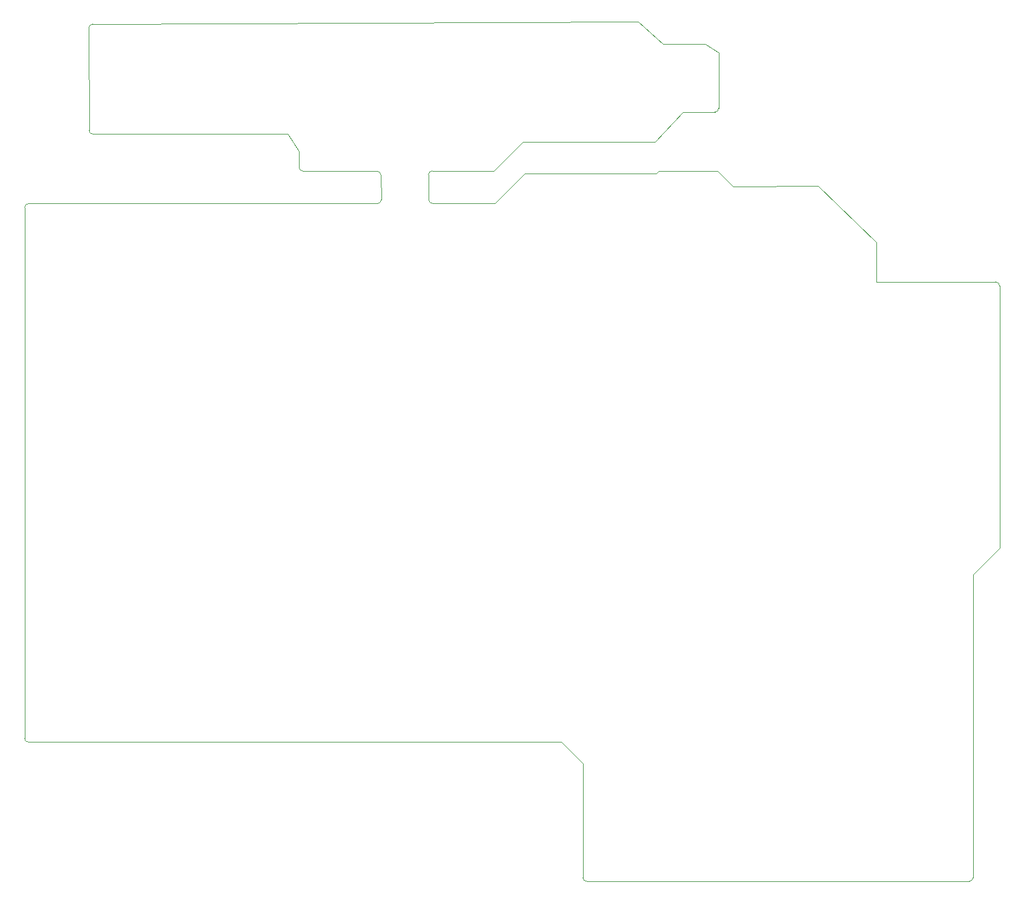
<source format=gm1>
G04 #@! TF.GenerationSoftware,KiCad,Pcbnew,(5.1.5-0-10_14)*
G04 #@! TF.CreationDate,2021-05-07T17:03:44+03:00*
G04 #@! TF.ProjectId,Sotka,536f746b-612e-46b6-9963-61645f706362,rev?*
G04 #@! TF.SameCoordinates,Original*
G04 #@! TF.FileFunction,Profile,NP*
%FSLAX46Y46*%
G04 Gerber Fmt 4.6, Leading zero omitted, Abs format (unit mm)*
G04 Created by KiCad (PCBNEW (5.1.5-0-10_14)) date 2021-05-07 17:03:44*
%MOMM*%
%LPD*%
G04 APERTURE LIST*
%ADD10C,0.050000*%
G04 APERTURE END LIST*
D10*
X74430000Y-47780000D02*
G75*
G02X73910000Y-48300000I-520000J0D01*
G01*
X81440000Y-48290000D02*
G75*
G02X80920000Y-47770000I0J520000D01*
G01*
X80860000Y-44370000D02*
G75*
G02X81380000Y-43850000I520000J0D01*
G01*
X73850000Y-43870000D02*
G75*
G02X74370000Y-44390000I0J-520000D01*
G01*
X63720000Y-43840000D02*
G75*
G02X63200000Y-43320000I0J520000D01*
G01*
X34520000Y-24310000D02*
G75*
G02X35040000Y-23790000I520000J0D01*
G01*
X35060000Y-38820000D02*
G75*
G02X34540000Y-38300000I0J520000D01*
G01*
X120490000Y-35290000D02*
G75*
G02X119970000Y-35810000I-520000J0D01*
G01*
X158310000Y-59010000D02*
G75*
G02X158830000Y-59530000I0J-520000D01*
G01*
X155220000Y-140350000D02*
G75*
G02X154700000Y-140870000I-520000J0D01*
G01*
X102470000Y-140890000D02*
G75*
G02X101950000Y-140370000I0J520000D01*
G01*
X26260000Y-121880000D02*
G75*
G02X25740000Y-121360000I0J520000D01*
G01*
X26270000Y-48300000D02*
X73910000Y-48300000D01*
X25750000Y-48920000D02*
X25750000Y-48820000D01*
X25750000Y-48820000D02*
G75*
G02X26270000Y-48300000I520000J0D01*
G01*
X80920000Y-47770000D02*
X80860000Y-44370000D01*
X74370000Y-44390000D02*
X74430000Y-47780000D01*
X89940000Y-48290000D02*
X81440000Y-48290000D01*
X112860000Y-26530000D02*
X109470000Y-23470000D01*
X118660000Y-26530000D02*
X112860000Y-26530000D01*
X120490000Y-27700000D02*
X118660000Y-26530000D01*
X120640000Y-44150000D02*
X120330000Y-43820000D01*
X112260000Y-43820000D02*
X120330000Y-43820000D01*
X111950000Y-44170000D02*
X112260000Y-43820000D01*
X93980000Y-44170000D02*
X111950000Y-44170000D01*
X73850000Y-43870000D02*
X63720000Y-43840000D01*
X93980000Y-44170000D02*
X90190000Y-48050000D01*
X122500000Y-45940000D02*
X120640000Y-44150000D01*
X134090000Y-45930000D02*
X122500000Y-45940000D01*
X141980000Y-53630000D02*
X134090000Y-45930000D01*
X141980000Y-59020000D02*
X141980000Y-53630000D01*
X158310000Y-59010000D02*
X141980000Y-59020000D01*
X158840000Y-95330000D02*
X158830000Y-59530000D01*
X155200000Y-98970000D02*
X158840000Y-95330000D01*
X155210000Y-125780000D02*
X155200000Y-98970000D01*
X155220000Y-140350000D02*
X155210000Y-125780000D01*
X102470000Y-140890000D02*
X154700000Y-140870000D01*
X101950000Y-124830000D02*
X101950000Y-140370000D01*
X98980000Y-121860000D02*
X101950000Y-124830000D01*
X26260000Y-121880000D02*
X98980000Y-121860000D01*
X25750000Y-48920000D02*
X25740000Y-121360000D01*
X90190000Y-48050000D02*
X89940000Y-48290000D01*
X115590000Y-35810000D02*
X119970000Y-35810000D01*
X111800000Y-39900000D02*
X115590000Y-35810000D01*
X93770000Y-39910000D02*
X89800000Y-43850000D01*
X34540000Y-38300000D02*
X34520000Y-24310000D01*
X61640000Y-38810000D02*
X35060000Y-38820000D01*
X63200000Y-41120000D02*
X61640000Y-38810000D01*
X63200000Y-43320000D02*
X63200000Y-41120000D01*
X89800000Y-43850000D02*
X81380000Y-43850000D01*
X111800000Y-39900000D02*
X93770000Y-39910000D01*
X120490000Y-27700000D02*
X120490000Y-35290000D01*
X35040000Y-23790000D02*
X109470000Y-23470000D01*
M02*

</source>
